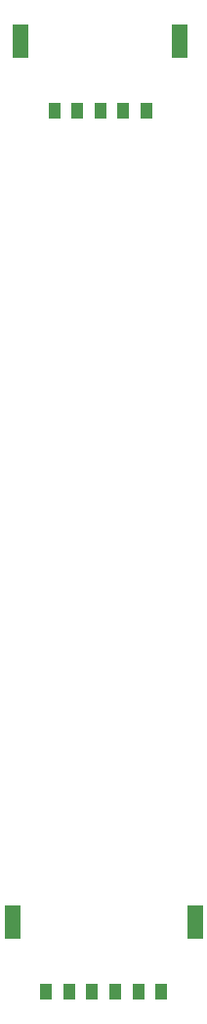
<source format=gbp>
%TF.GenerationSoftware,KiCad,Pcbnew,8.0.4*%
%TF.CreationDate,2025-03-26T23:32:02-07:00*%
%TF.ProjectId,Stationary_X_Panel,53746174-696f-46e6-9172-795f585f5061,1.5*%
%TF.SameCoordinates,Original*%
%TF.FileFunction,Paste,Bot*%
%TF.FilePolarity,Positive*%
%FSLAX46Y46*%
G04 Gerber Fmt 4.6, Leading zero omitted, Abs format (unit mm)*
G04 Created by KiCad (PCBNEW 8.0.4) date 2025-03-26 23:32:02*
%MOMM*%
%LPD*%
G01*
G04 APERTURE LIST*
%ADD10R,1.100000X1.450000*%
%ADD11R,1.350000X2.900000*%
G04 APERTURE END LIST*
D10*
%TO.C,J3*%
X66700000Y-88900000D03*
X68700000Y-88900000D03*
X70700000Y-88900000D03*
X72700000Y-88900000D03*
X74700000Y-88900000D03*
D11*
X63805000Y-82925000D03*
X77595000Y-82925000D03*
%TD*%
D10*
%TO.C,J1*%
X66000000Y-165000000D03*
X68000000Y-165000000D03*
X70000000Y-165000000D03*
X72000000Y-165000000D03*
X74000000Y-165000000D03*
X76000000Y-165000000D03*
D11*
X63105000Y-159025000D03*
X78895000Y-159025000D03*
%TD*%
M02*

</source>
